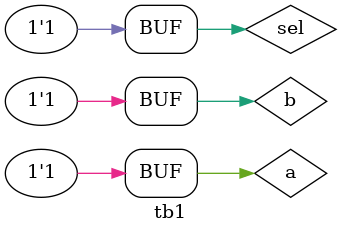
<source format=v>
`timescale 1ns / 1ps
module tb1;
//---------------------------------------------------------
 // inputs to the DUT are reg type
 reg a,b,sel;
 
 //--------------------------------------------------------
 // outputs from the DUT are wire type
wire out;
 
 
 //---------------------------------------------------------
 // instantiate the Device Under Test (DUT)
behav dut(.a(a),.b(b),.sel(sel),.out(out  )  );
initial
 begin
 a=0;
 b=0;
 sel=0;
 #20
 a=0;
 b=1;
  sel=1;
 #20
 a=1;
 b=0;
  sel=0;
 #20
 a=1;
 b=1;
  sel=1;
 #20 
 ;
end
endmodule

</source>
